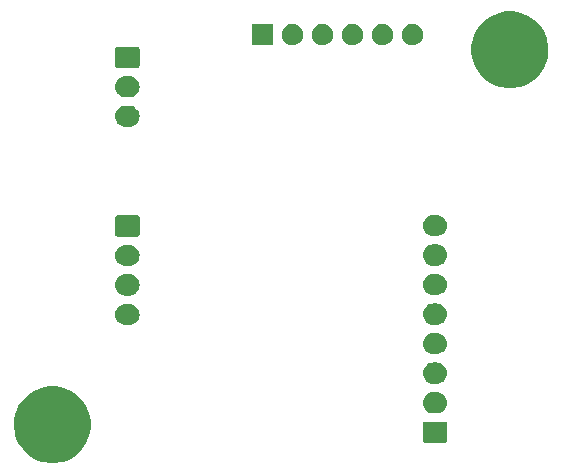
<source format=gbr>
G04 #@! TF.GenerationSoftware,KiCad,Pcbnew,(5.1.5)-3*
G04 #@! TF.CreationDate,2020-10-17T20:23:14+02:00*
G04 #@! TF.ProjectId,KnokooPedalCtrl,4b6e6f6b-6f6f-4506-9564-616c4374726c,v0.1*
G04 #@! TF.SameCoordinates,Original*
G04 #@! TF.FileFunction,Soldermask,Bot*
G04 #@! TF.FilePolarity,Negative*
%FSLAX46Y46*%
G04 Gerber Fmt 4.6, Leading zero omitted, Abs format (unit mm)*
G04 Created by KiCad (PCBNEW (5.1.5)-3) date 2020-10-17 20:23:14*
%MOMM*%
%LPD*%
G04 APERTURE LIST*
%ADD10C,0.100000*%
G04 APERTURE END LIST*
D10*
G36*
X59054239Y-88251467D02*
G01*
X59368282Y-88313934D01*
X59959926Y-88559001D01*
X60492392Y-88914784D01*
X60945216Y-89367608D01*
X61300999Y-89900074D01*
X61512815Y-90411443D01*
X61546066Y-90491719D01*
X61671000Y-91119803D01*
X61671000Y-91760197D01*
X61608533Y-92074239D01*
X61546066Y-92388282D01*
X61300999Y-92979926D01*
X60945216Y-93512392D01*
X60492392Y-93965216D01*
X59959926Y-94320999D01*
X59368282Y-94566066D01*
X59054239Y-94628533D01*
X58740197Y-94691000D01*
X58099803Y-94691000D01*
X57785761Y-94628533D01*
X57471718Y-94566066D01*
X56880074Y-94320999D01*
X56347608Y-93965216D01*
X55894784Y-93512392D01*
X55539001Y-92979926D01*
X55293934Y-92388282D01*
X55231467Y-92074239D01*
X55169000Y-91760197D01*
X55169000Y-91119803D01*
X55293934Y-90491719D01*
X55327185Y-90411443D01*
X55539001Y-89900074D01*
X55894784Y-89367608D01*
X56347608Y-88914784D01*
X56880074Y-88559001D01*
X57471718Y-88313934D01*
X57785761Y-88251467D01*
X58099803Y-88189000D01*
X58740197Y-88189000D01*
X59054239Y-88251467D01*
G37*
G36*
X91688600Y-91177989D02*
G01*
X91721652Y-91188015D01*
X91752103Y-91204292D01*
X91778799Y-91226201D01*
X91800708Y-91252897D01*
X91816985Y-91283348D01*
X91827011Y-91316400D01*
X91831000Y-91356903D01*
X91831000Y-92793097D01*
X91827011Y-92833600D01*
X91816985Y-92866652D01*
X91800708Y-92897103D01*
X91778799Y-92923799D01*
X91752103Y-92945708D01*
X91721652Y-92961985D01*
X91688600Y-92972011D01*
X91648097Y-92976000D01*
X89961903Y-92976000D01*
X89921400Y-92972011D01*
X89888348Y-92961985D01*
X89857897Y-92945708D01*
X89831201Y-92923799D01*
X89809292Y-92897103D01*
X89793015Y-92866652D01*
X89782989Y-92833600D01*
X89779000Y-92793097D01*
X89779000Y-91356903D01*
X89782989Y-91316400D01*
X89793015Y-91283348D01*
X89809292Y-91252897D01*
X89831201Y-91226201D01*
X89857897Y-91204292D01*
X89888348Y-91188015D01*
X89921400Y-91177989D01*
X89961903Y-91174000D01*
X91648097Y-91174000D01*
X91688600Y-91177989D01*
G37*
G36*
X91040443Y-88680519D02*
G01*
X91106627Y-88687037D01*
X91276466Y-88738557D01*
X91432991Y-88822222D01*
X91468729Y-88851552D01*
X91570186Y-88934814D01*
X91653448Y-89036271D01*
X91682778Y-89072009D01*
X91766443Y-89228534D01*
X91817963Y-89398373D01*
X91835359Y-89575000D01*
X91817963Y-89751627D01*
X91766443Y-89921466D01*
X91682778Y-90077991D01*
X91653448Y-90113729D01*
X91570186Y-90215186D01*
X91468729Y-90298448D01*
X91432991Y-90327778D01*
X91276466Y-90411443D01*
X91106627Y-90462963D01*
X91040442Y-90469482D01*
X90974260Y-90476000D01*
X90635740Y-90476000D01*
X90569558Y-90469482D01*
X90503373Y-90462963D01*
X90333534Y-90411443D01*
X90177009Y-90327778D01*
X90141271Y-90298448D01*
X90039814Y-90215186D01*
X89956552Y-90113729D01*
X89927222Y-90077991D01*
X89843557Y-89921466D01*
X89792037Y-89751627D01*
X89774641Y-89575000D01*
X89792037Y-89398373D01*
X89843557Y-89228534D01*
X89927222Y-89072009D01*
X89956552Y-89036271D01*
X90039814Y-88934814D01*
X90141271Y-88851552D01*
X90177009Y-88822222D01*
X90333534Y-88738557D01*
X90503373Y-88687037D01*
X90569557Y-88680519D01*
X90635740Y-88674000D01*
X90974260Y-88674000D01*
X91040443Y-88680519D01*
G37*
G36*
X91040442Y-86180518D02*
G01*
X91106627Y-86187037D01*
X91276466Y-86238557D01*
X91432991Y-86322222D01*
X91468729Y-86351552D01*
X91570186Y-86434814D01*
X91653448Y-86536271D01*
X91682778Y-86572009D01*
X91766443Y-86728534D01*
X91817963Y-86898373D01*
X91835359Y-87075000D01*
X91817963Y-87251627D01*
X91766443Y-87421466D01*
X91682778Y-87577991D01*
X91653448Y-87613729D01*
X91570186Y-87715186D01*
X91468729Y-87798448D01*
X91432991Y-87827778D01*
X91276466Y-87911443D01*
X91106627Y-87962963D01*
X91040442Y-87969482D01*
X90974260Y-87976000D01*
X90635740Y-87976000D01*
X90569558Y-87969482D01*
X90503373Y-87962963D01*
X90333534Y-87911443D01*
X90177009Y-87827778D01*
X90141271Y-87798448D01*
X90039814Y-87715186D01*
X89956552Y-87613729D01*
X89927222Y-87577991D01*
X89843557Y-87421466D01*
X89792037Y-87251627D01*
X89774641Y-87075000D01*
X89792037Y-86898373D01*
X89843557Y-86728534D01*
X89927222Y-86572009D01*
X89956552Y-86536271D01*
X90039814Y-86434814D01*
X90141271Y-86351552D01*
X90177009Y-86322222D01*
X90333534Y-86238557D01*
X90503373Y-86187037D01*
X90569558Y-86180518D01*
X90635740Y-86174000D01*
X90974260Y-86174000D01*
X91040442Y-86180518D01*
G37*
G36*
X91040443Y-83680519D02*
G01*
X91106627Y-83687037D01*
X91276466Y-83738557D01*
X91432991Y-83822222D01*
X91468729Y-83851552D01*
X91570186Y-83934814D01*
X91653448Y-84036271D01*
X91682778Y-84072009D01*
X91766443Y-84228534D01*
X91817963Y-84398373D01*
X91835359Y-84575000D01*
X91817963Y-84751627D01*
X91766443Y-84921466D01*
X91682778Y-85077991D01*
X91653448Y-85113729D01*
X91570186Y-85215186D01*
X91468729Y-85298448D01*
X91432991Y-85327778D01*
X91276466Y-85411443D01*
X91106627Y-85462963D01*
X91040442Y-85469482D01*
X90974260Y-85476000D01*
X90635740Y-85476000D01*
X90569558Y-85469482D01*
X90503373Y-85462963D01*
X90333534Y-85411443D01*
X90177009Y-85327778D01*
X90141271Y-85298448D01*
X90039814Y-85215186D01*
X89956552Y-85113729D01*
X89927222Y-85077991D01*
X89843557Y-84921466D01*
X89792037Y-84751627D01*
X89774641Y-84575000D01*
X89792037Y-84398373D01*
X89843557Y-84228534D01*
X89927222Y-84072009D01*
X89956552Y-84036271D01*
X90039814Y-83934814D01*
X90141271Y-83851552D01*
X90177009Y-83822222D01*
X90333534Y-83738557D01*
X90503373Y-83687037D01*
X90569557Y-83680519D01*
X90635740Y-83674000D01*
X90974260Y-83674000D01*
X91040443Y-83680519D01*
G37*
G36*
X65005442Y-81218018D02*
G01*
X65071627Y-81224537D01*
X65241466Y-81276057D01*
X65397991Y-81359722D01*
X65433729Y-81389052D01*
X65535186Y-81472314D01*
X65617002Y-81572009D01*
X65647778Y-81609509D01*
X65731443Y-81766034D01*
X65782963Y-81935873D01*
X65800359Y-82112500D01*
X65782963Y-82289127D01*
X65731443Y-82458966D01*
X65647778Y-82615491D01*
X65618448Y-82651229D01*
X65535186Y-82752686D01*
X65433729Y-82835948D01*
X65397991Y-82865278D01*
X65241466Y-82948943D01*
X65071627Y-83000463D01*
X65005442Y-83006982D01*
X64939260Y-83013500D01*
X64600740Y-83013500D01*
X64534558Y-83006982D01*
X64468373Y-83000463D01*
X64298534Y-82948943D01*
X64142009Y-82865278D01*
X64106271Y-82835948D01*
X64004814Y-82752686D01*
X63921552Y-82651229D01*
X63892222Y-82615491D01*
X63808557Y-82458966D01*
X63757037Y-82289127D01*
X63739641Y-82112500D01*
X63757037Y-81935873D01*
X63808557Y-81766034D01*
X63892222Y-81609509D01*
X63922998Y-81572009D01*
X64004814Y-81472314D01*
X64106271Y-81389052D01*
X64142009Y-81359722D01*
X64298534Y-81276057D01*
X64468373Y-81224537D01*
X64534558Y-81218018D01*
X64600740Y-81211500D01*
X64939260Y-81211500D01*
X65005442Y-81218018D01*
G37*
G36*
X91040442Y-81180518D02*
G01*
X91106627Y-81187037D01*
X91276466Y-81238557D01*
X91432991Y-81322222D01*
X91468729Y-81351552D01*
X91570186Y-81434814D01*
X91653448Y-81536271D01*
X91682778Y-81572009D01*
X91766443Y-81728534D01*
X91817963Y-81898373D01*
X91835359Y-82075000D01*
X91817963Y-82251627D01*
X91766443Y-82421466D01*
X91682778Y-82577991D01*
X91653448Y-82613729D01*
X91570186Y-82715186D01*
X91468729Y-82798448D01*
X91432991Y-82827778D01*
X91276466Y-82911443D01*
X91106627Y-82962963D01*
X91040443Y-82969481D01*
X90974260Y-82976000D01*
X90635740Y-82976000D01*
X90569557Y-82969481D01*
X90503373Y-82962963D01*
X90333534Y-82911443D01*
X90177009Y-82827778D01*
X90141271Y-82798448D01*
X90039814Y-82715186D01*
X89956552Y-82613729D01*
X89927222Y-82577991D01*
X89843557Y-82421466D01*
X89792037Y-82251627D01*
X89774641Y-82075000D01*
X89792037Y-81898373D01*
X89843557Y-81728534D01*
X89927222Y-81572009D01*
X89956552Y-81536271D01*
X90039814Y-81434814D01*
X90141271Y-81351552D01*
X90177009Y-81322222D01*
X90333534Y-81238557D01*
X90503373Y-81187037D01*
X90569558Y-81180518D01*
X90635740Y-81174000D01*
X90974260Y-81174000D01*
X91040442Y-81180518D01*
G37*
G36*
X65005442Y-78718018D02*
G01*
X65071627Y-78724537D01*
X65241466Y-78776057D01*
X65397991Y-78859722D01*
X65433729Y-78889052D01*
X65535186Y-78972314D01*
X65617002Y-79072009D01*
X65647778Y-79109509D01*
X65731443Y-79266034D01*
X65782963Y-79435873D01*
X65800359Y-79612500D01*
X65782963Y-79789127D01*
X65731443Y-79958966D01*
X65647778Y-80115491D01*
X65618448Y-80151229D01*
X65535186Y-80252686D01*
X65433729Y-80335948D01*
X65397991Y-80365278D01*
X65241466Y-80448943D01*
X65071627Y-80500463D01*
X65005443Y-80506981D01*
X64939260Y-80513500D01*
X64600740Y-80513500D01*
X64534557Y-80506981D01*
X64468373Y-80500463D01*
X64298534Y-80448943D01*
X64142009Y-80365278D01*
X64106271Y-80335948D01*
X64004814Y-80252686D01*
X63921552Y-80151229D01*
X63892222Y-80115491D01*
X63808557Y-79958966D01*
X63757037Y-79789127D01*
X63739641Y-79612500D01*
X63757037Y-79435873D01*
X63808557Y-79266034D01*
X63892222Y-79109509D01*
X63922998Y-79072009D01*
X64004814Y-78972314D01*
X64106271Y-78889052D01*
X64142009Y-78859722D01*
X64298534Y-78776057D01*
X64468373Y-78724537D01*
X64534558Y-78718018D01*
X64600740Y-78711500D01*
X64939260Y-78711500D01*
X65005442Y-78718018D01*
G37*
G36*
X91040442Y-78680518D02*
G01*
X91106627Y-78687037D01*
X91276466Y-78738557D01*
X91432991Y-78822222D01*
X91468729Y-78851552D01*
X91570186Y-78934814D01*
X91653448Y-79036271D01*
X91682778Y-79072009D01*
X91766443Y-79228534D01*
X91817963Y-79398373D01*
X91835359Y-79575000D01*
X91817963Y-79751627D01*
X91766443Y-79921466D01*
X91682778Y-80077991D01*
X91653448Y-80113729D01*
X91570186Y-80215186D01*
X91468729Y-80298448D01*
X91432991Y-80327778D01*
X91276466Y-80411443D01*
X91106627Y-80462963D01*
X91040442Y-80469482D01*
X90974260Y-80476000D01*
X90635740Y-80476000D01*
X90569558Y-80469482D01*
X90503373Y-80462963D01*
X90333534Y-80411443D01*
X90177009Y-80327778D01*
X90141271Y-80298448D01*
X90039814Y-80215186D01*
X89956552Y-80113729D01*
X89927222Y-80077991D01*
X89843557Y-79921466D01*
X89792037Y-79751627D01*
X89774641Y-79575000D01*
X89792037Y-79398373D01*
X89843557Y-79228534D01*
X89927222Y-79072009D01*
X89956552Y-79036271D01*
X90039814Y-78934814D01*
X90141271Y-78851552D01*
X90177009Y-78822222D01*
X90333534Y-78738557D01*
X90503373Y-78687037D01*
X90569558Y-78680518D01*
X90635740Y-78674000D01*
X90974260Y-78674000D01*
X91040442Y-78680518D01*
G37*
G36*
X65005442Y-76218018D02*
G01*
X65071627Y-76224537D01*
X65241466Y-76276057D01*
X65397991Y-76359722D01*
X65433729Y-76389052D01*
X65535186Y-76472314D01*
X65617002Y-76572009D01*
X65647778Y-76609509D01*
X65731443Y-76766034D01*
X65782963Y-76935873D01*
X65800359Y-77112500D01*
X65782963Y-77289127D01*
X65731443Y-77458966D01*
X65647778Y-77615491D01*
X65618448Y-77651229D01*
X65535186Y-77752686D01*
X65433729Y-77835948D01*
X65397991Y-77865278D01*
X65241466Y-77948943D01*
X65071627Y-78000463D01*
X65005443Y-78006981D01*
X64939260Y-78013500D01*
X64600740Y-78013500D01*
X64534557Y-78006981D01*
X64468373Y-78000463D01*
X64298534Y-77948943D01*
X64142009Y-77865278D01*
X64106271Y-77835948D01*
X64004814Y-77752686D01*
X63921552Y-77651229D01*
X63892222Y-77615491D01*
X63808557Y-77458966D01*
X63757037Y-77289127D01*
X63739641Y-77112500D01*
X63757037Y-76935873D01*
X63808557Y-76766034D01*
X63892222Y-76609509D01*
X63922998Y-76572009D01*
X64004814Y-76472314D01*
X64106271Y-76389052D01*
X64142009Y-76359722D01*
X64298534Y-76276057D01*
X64468373Y-76224537D01*
X64534558Y-76218018D01*
X64600740Y-76211500D01*
X64939260Y-76211500D01*
X65005442Y-76218018D01*
G37*
G36*
X91040443Y-76180519D02*
G01*
X91106627Y-76187037D01*
X91276466Y-76238557D01*
X91432991Y-76322222D01*
X91468729Y-76351552D01*
X91570186Y-76434814D01*
X91653448Y-76536271D01*
X91682778Y-76572009D01*
X91766443Y-76728534D01*
X91817963Y-76898373D01*
X91835359Y-77075000D01*
X91817963Y-77251627D01*
X91766443Y-77421466D01*
X91682778Y-77577991D01*
X91653448Y-77613729D01*
X91570186Y-77715186D01*
X91468729Y-77798448D01*
X91432991Y-77827778D01*
X91276466Y-77911443D01*
X91106627Y-77962963D01*
X91040443Y-77969481D01*
X90974260Y-77976000D01*
X90635740Y-77976000D01*
X90569557Y-77969481D01*
X90503373Y-77962963D01*
X90333534Y-77911443D01*
X90177009Y-77827778D01*
X90141271Y-77798448D01*
X90039814Y-77715186D01*
X89956552Y-77613729D01*
X89927222Y-77577991D01*
X89843557Y-77421466D01*
X89792037Y-77251627D01*
X89774641Y-77075000D01*
X89792037Y-76898373D01*
X89843557Y-76728534D01*
X89927222Y-76572009D01*
X89956552Y-76536271D01*
X90039814Y-76434814D01*
X90141271Y-76351552D01*
X90177009Y-76322222D01*
X90333534Y-76238557D01*
X90503373Y-76187037D01*
X90569557Y-76180519D01*
X90635740Y-76174000D01*
X90974260Y-76174000D01*
X91040443Y-76180519D01*
G37*
G36*
X65653600Y-73715489D02*
G01*
X65686652Y-73725515D01*
X65717103Y-73741792D01*
X65743799Y-73763701D01*
X65765708Y-73790397D01*
X65781985Y-73820848D01*
X65792011Y-73853900D01*
X65796000Y-73894403D01*
X65796000Y-75330597D01*
X65792011Y-75371100D01*
X65781985Y-75404152D01*
X65765708Y-75434603D01*
X65743799Y-75461299D01*
X65717103Y-75483208D01*
X65686652Y-75499485D01*
X65653600Y-75509511D01*
X65613097Y-75513500D01*
X63926903Y-75513500D01*
X63886400Y-75509511D01*
X63853348Y-75499485D01*
X63822897Y-75483208D01*
X63796201Y-75461299D01*
X63774292Y-75434603D01*
X63758015Y-75404152D01*
X63747989Y-75371100D01*
X63744000Y-75330597D01*
X63744000Y-73894403D01*
X63747989Y-73853900D01*
X63758015Y-73820848D01*
X63774292Y-73790397D01*
X63796201Y-73763701D01*
X63822897Y-73741792D01*
X63853348Y-73725515D01*
X63886400Y-73715489D01*
X63926903Y-73711500D01*
X65613097Y-73711500D01*
X65653600Y-73715489D01*
G37*
G36*
X91040442Y-73680518D02*
G01*
X91106627Y-73687037D01*
X91276466Y-73738557D01*
X91432991Y-73822222D01*
X91468729Y-73851552D01*
X91570186Y-73934814D01*
X91653448Y-74036271D01*
X91682778Y-74072009D01*
X91766443Y-74228534D01*
X91817963Y-74398373D01*
X91835359Y-74575000D01*
X91817963Y-74751627D01*
X91766443Y-74921466D01*
X91682778Y-75077991D01*
X91653448Y-75113729D01*
X91570186Y-75215186D01*
X91468729Y-75298448D01*
X91432991Y-75327778D01*
X91432989Y-75327779D01*
X91290107Y-75404152D01*
X91276466Y-75411443D01*
X91106627Y-75462963D01*
X91046966Y-75468839D01*
X90974260Y-75476000D01*
X90635740Y-75476000D01*
X90563034Y-75468839D01*
X90503373Y-75462963D01*
X90333534Y-75411443D01*
X90319894Y-75404152D01*
X90177011Y-75327779D01*
X90177009Y-75327778D01*
X90141271Y-75298448D01*
X90039814Y-75215186D01*
X89956552Y-75113729D01*
X89927222Y-75077991D01*
X89843557Y-74921466D01*
X89792037Y-74751627D01*
X89774641Y-74575000D01*
X89792037Y-74398373D01*
X89843557Y-74228534D01*
X89927222Y-74072009D01*
X89956552Y-74036271D01*
X90039814Y-73934814D01*
X90141271Y-73851552D01*
X90177009Y-73822222D01*
X90333534Y-73738557D01*
X90503373Y-73687037D01*
X90569558Y-73680518D01*
X90635740Y-73674000D01*
X90974260Y-73674000D01*
X91040442Y-73680518D01*
G37*
G36*
X65005443Y-64430519D02*
G01*
X65071627Y-64437037D01*
X65241466Y-64488557D01*
X65397991Y-64572222D01*
X65433729Y-64601552D01*
X65535186Y-64684814D01*
X65618448Y-64786271D01*
X65647778Y-64822009D01*
X65731443Y-64978534D01*
X65782963Y-65148373D01*
X65800359Y-65325000D01*
X65782963Y-65501627D01*
X65731443Y-65671466D01*
X65647778Y-65827991D01*
X65618448Y-65863729D01*
X65535186Y-65965186D01*
X65433729Y-66048448D01*
X65397991Y-66077778D01*
X65241466Y-66161443D01*
X65071627Y-66212963D01*
X65005442Y-66219482D01*
X64939260Y-66226000D01*
X64600740Y-66226000D01*
X64534558Y-66219482D01*
X64468373Y-66212963D01*
X64298534Y-66161443D01*
X64142009Y-66077778D01*
X64106271Y-66048448D01*
X64004814Y-65965186D01*
X63921552Y-65863729D01*
X63892222Y-65827991D01*
X63808557Y-65671466D01*
X63757037Y-65501627D01*
X63739641Y-65325000D01*
X63757037Y-65148373D01*
X63808557Y-64978534D01*
X63892222Y-64822009D01*
X63921552Y-64786271D01*
X64004814Y-64684814D01*
X64106271Y-64601552D01*
X64142009Y-64572222D01*
X64298534Y-64488557D01*
X64468373Y-64437037D01*
X64534557Y-64430519D01*
X64600740Y-64424000D01*
X64939260Y-64424000D01*
X65005443Y-64430519D01*
G37*
G36*
X65005443Y-61930519D02*
G01*
X65071627Y-61937037D01*
X65241466Y-61988557D01*
X65397991Y-62072222D01*
X65433729Y-62101552D01*
X65535186Y-62184814D01*
X65618448Y-62286271D01*
X65647778Y-62322009D01*
X65731443Y-62478534D01*
X65782963Y-62648373D01*
X65800359Y-62825000D01*
X65782963Y-63001627D01*
X65731443Y-63171466D01*
X65647778Y-63327991D01*
X65618448Y-63363729D01*
X65535186Y-63465186D01*
X65433729Y-63548448D01*
X65397991Y-63577778D01*
X65241466Y-63661443D01*
X65071627Y-63712963D01*
X65005442Y-63719482D01*
X64939260Y-63726000D01*
X64600740Y-63726000D01*
X64534558Y-63719482D01*
X64468373Y-63712963D01*
X64298534Y-63661443D01*
X64142009Y-63577778D01*
X64106271Y-63548448D01*
X64004814Y-63465186D01*
X63921552Y-63363729D01*
X63892222Y-63327991D01*
X63808557Y-63171466D01*
X63757037Y-63001627D01*
X63739641Y-62825000D01*
X63757037Y-62648373D01*
X63808557Y-62478534D01*
X63892222Y-62322009D01*
X63921552Y-62286271D01*
X64004814Y-62184814D01*
X64106271Y-62101552D01*
X64142009Y-62072222D01*
X64298534Y-61988557D01*
X64468373Y-61937037D01*
X64534557Y-61930519D01*
X64600740Y-61924000D01*
X64939260Y-61924000D01*
X65005443Y-61930519D01*
G37*
G36*
X97789239Y-56501467D02*
G01*
X98103282Y-56563934D01*
X98694926Y-56809001D01*
X99227392Y-57164784D01*
X99680216Y-57617608D01*
X100035999Y-58150074D01*
X100281066Y-58741718D01*
X100301965Y-58846784D01*
X100406000Y-59369803D01*
X100406000Y-60010197D01*
X100343533Y-60324239D01*
X100281066Y-60638282D01*
X100035999Y-61229926D01*
X99680216Y-61762392D01*
X99227392Y-62215216D01*
X98694926Y-62570999D01*
X98103282Y-62816066D01*
X97789239Y-62878533D01*
X97475197Y-62941000D01*
X96834803Y-62941000D01*
X96520761Y-62878533D01*
X96206718Y-62816066D01*
X95615074Y-62570999D01*
X95082608Y-62215216D01*
X94629784Y-61762392D01*
X94274001Y-61229926D01*
X94028934Y-60638282D01*
X93966467Y-60324239D01*
X93904000Y-60010197D01*
X93904000Y-59369803D01*
X94008035Y-58846784D01*
X94028934Y-58741718D01*
X94274001Y-58150074D01*
X94629784Y-57617608D01*
X95082608Y-57164784D01*
X95615074Y-56809001D01*
X96206718Y-56563934D01*
X96520761Y-56501467D01*
X96834803Y-56439000D01*
X97475197Y-56439000D01*
X97789239Y-56501467D01*
G37*
G36*
X65653600Y-59427989D02*
G01*
X65686652Y-59438015D01*
X65717103Y-59454292D01*
X65743799Y-59476201D01*
X65765708Y-59502897D01*
X65781985Y-59533348D01*
X65792011Y-59566400D01*
X65796000Y-59606903D01*
X65796000Y-61043097D01*
X65792011Y-61083600D01*
X65781985Y-61116652D01*
X65765708Y-61147103D01*
X65743799Y-61173799D01*
X65717103Y-61195708D01*
X65686652Y-61211985D01*
X65653600Y-61222011D01*
X65613097Y-61226000D01*
X63926903Y-61226000D01*
X63886400Y-61222011D01*
X63853348Y-61211985D01*
X63822897Y-61195708D01*
X63796201Y-61173799D01*
X63774292Y-61147103D01*
X63758015Y-61116652D01*
X63747989Y-61083600D01*
X63744000Y-61043097D01*
X63744000Y-59606903D01*
X63747989Y-59566400D01*
X63758015Y-59533348D01*
X63774292Y-59502897D01*
X63796201Y-59476201D01*
X63822897Y-59454292D01*
X63853348Y-59438015D01*
X63886400Y-59427989D01*
X63926903Y-59424000D01*
X65613097Y-59424000D01*
X65653600Y-59427989D01*
G37*
G36*
X86473512Y-57523927D02*
G01*
X86622812Y-57553624D01*
X86786784Y-57621544D01*
X86934354Y-57720147D01*
X87059853Y-57845646D01*
X87158456Y-57993216D01*
X87226376Y-58157188D01*
X87261000Y-58331259D01*
X87261000Y-58508741D01*
X87226376Y-58682812D01*
X87158456Y-58846784D01*
X87059853Y-58994354D01*
X86934354Y-59119853D01*
X86786784Y-59218456D01*
X86622812Y-59286376D01*
X86473512Y-59316073D01*
X86448742Y-59321000D01*
X86271258Y-59321000D01*
X86246488Y-59316073D01*
X86097188Y-59286376D01*
X85933216Y-59218456D01*
X85785646Y-59119853D01*
X85660147Y-58994354D01*
X85561544Y-58846784D01*
X85493624Y-58682812D01*
X85459000Y-58508741D01*
X85459000Y-58331259D01*
X85493624Y-58157188D01*
X85561544Y-57993216D01*
X85660147Y-57845646D01*
X85785646Y-57720147D01*
X85933216Y-57621544D01*
X86097188Y-57553624D01*
X86246488Y-57523927D01*
X86271258Y-57519000D01*
X86448742Y-57519000D01*
X86473512Y-57523927D01*
G37*
G36*
X89013512Y-57523927D02*
G01*
X89162812Y-57553624D01*
X89326784Y-57621544D01*
X89474354Y-57720147D01*
X89599853Y-57845646D01*
X89698456Y-57993216D01*
X89766376Y-58157188D01*
X89801000Y-58331259D01*
X89801000Y-58508741D01*
X89766376Y-58682812D01*
X89698456Y-58846784D01*
X89599853Y-58994354D01*
X89474354Y-59119853D01*
X89326784Y-59218456D01*
X89162812Y-59286376D01*
X89013512Y-59316073D01*
X88988742Y-59321000D01*
X88811258Y-59321000D01*
X88786488Y-59316073D01*
X88637188Y-59286376D01*
X88473216Y-59218456D01*
X88325646Y-59119853D01*
X88200147Y-58994354D01*
X88101544Y-58846784D01*
X88033624Y-58682812D01*
X87999000Y-58508741D01*
X87999000Y-58331259D01*
X88033624Y-58157188D01*
X88101544Y-57993216D01*
X88200147Y-57845646D01*
X88325646Y-57720147D01*
X88473216Y-57621544D01*
X88637188Y-57553624D01*
X88786488Y-57523927D01*
X88811258Y-57519000D01*
X88988742Y-57519000D01*
X89013512Y-57523927D01*
G37*
G36*
X77101000Y-59321000D02*
G01*
X75299000Y-59321000D01*
X75299000Y-57519000D01*
X77101000Y-57519000D01*
X77101000Y-59321000D01*
G37*
G36*
X83933512Y-57523927D02*
G01*
X84082812Y-57553624D01*
X84246784Y-57621544D01*
X84394354Y-57720147D01*
X84519853Y-57845646D01*
X84618456Y-57993216D01*
X84686376Y-58157188D01*
X84721000Y-58331259D01*
X84721000Y-58508741D01*
X84686376Y-58682812D01*
X84618456Y-58846784D01*
X84519853Y-58994354D01*
X84394354Y-59119853D01*
X84246784Y-59218456D01*
X84082812Y-59286376D01*
X83933512Y-59316073D01*
X83908742Y-59321000D01*
X83731258Y-59321000D01*
X83706488Y-59316073D01*
X83557188Y-59286376D01*
X83393216Y-59218456D01*
X83245646Y-59119853D01*
X83120147Y-58994354D01*
X83021544Y-58846784D01*
X82953624Y-58682812D01*
X82919000Y-58508741D01*
X82919000Y-58331259D01*
X82953624Y-58157188D01*
X83021544Y-57993216D01*
X83120147Y-57845646D01*
X83245646Y-57720147D01*
X83393216Y-57621544D01*
X83557188Y-57553624D01*
X83706488Y-57523927D01*
X83731258Y-57519000D01*
X83908742Y-57519000D01*
X83933512Y-57523927D01*
G37*
G36*
X81393512Y-57523927D02*
G01*
X81542812Y-57553624D01*
X81706784Y-57621544D01*
X81854354Y-57720147D01*
X81979853Y-57845646D01*
X82078456Y-57993216D01*
X82146376Y-58157188D01*
X82181000Y-58331259D01*
X82181000Y-58508741D01*
X82146376Y-58682812D01*
X82078456Y-58846784D01*
X81979853Y-58994354D01*
X81854354Y-59119853D01*
X81706784Y-59218456D01*
X81542812Y-59286376D01*
X81393512Y-59316073D01*
X81368742Y-59321000D01*
X81191258Y-59321000D01*
X81166488Y-59316073D01*
X81017188Y-59286376D01*
X80853216Y-59218456D01*
X80705646Y-59119853D01*
X80580147Y-58994354D01*
X80481544Y-58846784D01*
X80413624Y-58682812D01*
X80379000Y-58508741D01*
X80379000Y-58331259D01*
X80413624Y-58157188D01*
X80481544Y-57993216D01*
X80580147Y-57845646D01*
X80705646Y-57720147D01*
X80853216Y-57621544D01*
X81017188Y-57553624D01*
X81166488Y-57523927D01*
X81191258Y-57519000D01*
X81368742Y-57519000D01*
X81393512Y-57523927D01*
G37*
G36*
X78853512Y-57523927D02*
G01*
X79002812Y-57553624D01*
X79166784Y-57621544D01*
X79314354Y-57720147D01*
X79439853Y-57845646D01*
X79538456Y-57993216D01*
X79606376Y-58157188D01*
X79641000Y-58331259D01*
X79641000Y-58508741D01*
X79606376Y-58682812D01*
X79538456Y-58846784D01*
X79439853Y-58994354D01*
X79314354Y-59119853D01*
X79166784Y-59218456D01*
X79002812Y-59286376D01*
X78853512Y-59316073D01*
X78828742Y-59321000D01*
X78651258Y-59321000D01*
X78626488Y-59316073D01*
X78477188Y-59286376D01*
X78313216Y-59218456D01*
X78165646Y-59119853D01*
X78040147Y-58994354D01*
X77941544Y-58846784D01*
X77873624Y-58682812D01*
X77839000Y-58508741D01*
X77839000Y-58331259D01*
X77873624Y-58157188D01*
X77941544Y-57993216D01*
X78040147Y-57845646D01*
X78165646Y-57720147D01*
X78313216Y-57621544D01*
X78477188Y-57553624D01*
X78626488Y-57523927D01*
X78651258Y-57519000D01*
X78828742Y-57519000D01*
X78853512Y-57523927D01*
G37*
M02*

</source>
